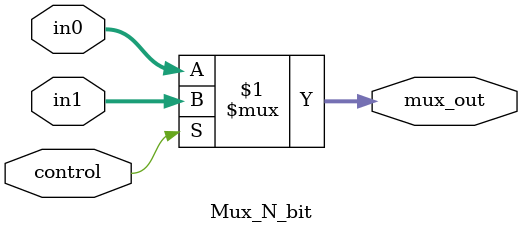
<source format=v>
`timescale 1ns / 1ps


module Mux_N_bit(in0, in1, mux_out, control);
parameter N = 32;
input [N-1:0] in0, in1;
output [N-1:0] mux_out;
input control;
assign mux_out=control?in1:in0;
endmodule
</source>
